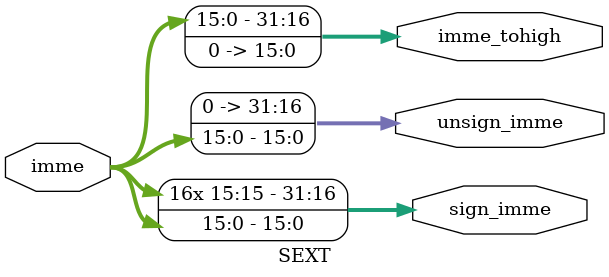
<source format=v>
`timescale 1ns / 1ps


module SEXT(
    input [15:0] imme,
    output [31:0] sign_imme,
    output [31:0] unsign_imme,
    output [31:0] imme_tohigh
    );
    assign sign_imme = {{16{imme[15]}},imme};
    assign unsign_imme = {16'h0000, imme};
    assign imme_tohigh = {imme, 16'h0000};
endmodule

</source>
